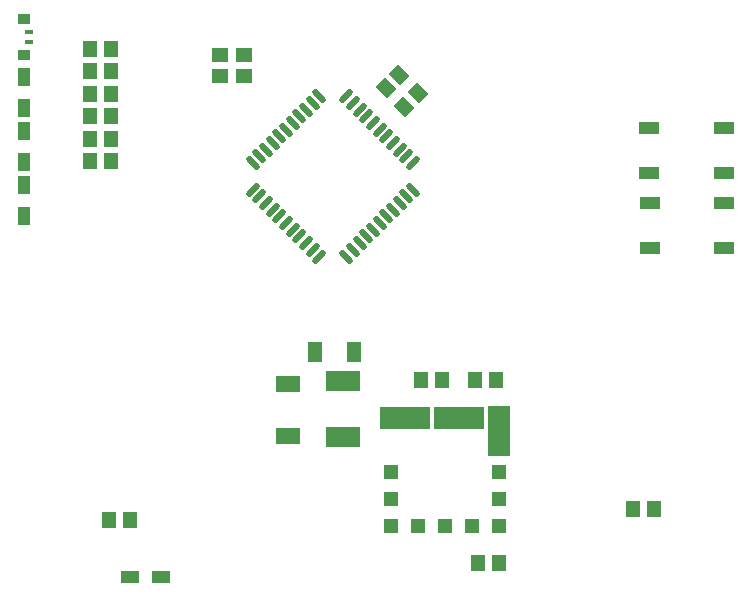
<source format=gtp>
G04 Layer_Color=8421504*
%FSLAX25Y25*%
%MOIN*%
G70*
G01*
G75*
%ADD10R,0.05315X0.04528*%
G04:AMPARAMS|DCode=11|XSize=21.65mil|YSize=57.09mil|CornerRadius=0mil|HoleSize=0mil|Usage=FLASHONLY|Rotation=315.000|XOffset=0mil|YOffset=0mil|HoleType=Round|Shape=Round|*
%AMOVALD11*
21,1,0.03543,0.02165,0.00000,0.00000,45.0*
1,1,0.02165,-0.01253,-0.01253*
1,1,0.02165,0.01253,0.01253*
%
%ADD11OVALD11*%

G04:AMPARAMS|DCode=12|XSize=21.65mil|YSize=57.09mil|CornerRadius=0mil|HoleSize=0mil|Usage=FLASHONLY|Rotation=225.000|XOffset=0mil|YOffset=0mil|HoleType=Round|Shape=Round|*
%AMOVALD12*
21,1,0.03543,0.02165,0.00000,0.00000,315.0*
1,1,0.02165,-0.01253,0.01253*
1,1,0.02165,0.01253,-0.01253*
%
%ADD12OVALD12*%

%ADD13R,0.06693X0.03937*%
%ADD14R,0.04528X0.05315*%
%ADD15R,0.04528X0.06890*%
%ADD16R,0.04500X0.04500*%
%ADD17R,0.16500X0.07500*%
%ADD18R,0.07500X0.16500*%
%ADD19R,0.03937X0.05906*%
G04:AMPARAMS|DCode=20|XSize=55.12mil|YSize=45.28mil|CornerRadius=0mil|HoleSize=0mil|Usage=FLASHONLY|Rotation=315.000|XOffset=0mil|YOffset=0mil|HoleType=Round|Shape=Rectangle|*
%AMROTATEDRECTD20*
4,1,4,-0.03550,0.00348,-0.00348,0.03550,0.03550,-0.00348,0.00348,-0.03550,-0.03550,0.00348,0.0*
%
%ADD20ROTATEDRECTD20*%

%ADD21R,0.03150X0.01575*%
%ADD22R,0.03937X0.03543*%
%ADD23R,0.11614X0.06614*%
%ADD24R,0.04528X0.05512*%
%ADD25R,0.05906X0.03937*%
%ADD26R,0.08268X0.05512*%
D10*
X80000Y173555D02*
D03*
Y180445D02*
D03*
X72000Y173555D02*
D03*
Y180445D02*
D03*
D11*
X136225Y144454D02*
D03*
X133998Y146681D02*
D03*
X131771Y148908D02*
D03*
X129544Y151136D02*
D03*
X127317Y153363D02*
D03*
X125090Y155590D02*
D03*
X122863Y157817D02*
D03*
X120635Y160044D02*
D03*
X118408Y162271D02*
D03*
X116181Y164498D02*
D03*
X113954Y166725D02*
D03*
X82775Y135546D02*
D03*
X85002Y133319D02*
D03*
X87229Y131092D02*
D03*
X89456Y128865D02*
D03*
X91683Y126637D02*
D03*
X93910Y124410D02*
D03*
X96137Y122183D02*
D03*
X98365Y119956D02*
D03*
X100592Y117729D02*
D03*
X102819Y115502D02*
D03*
X105046Y113275D02*
D03*
D12*
Y166725D02*
D03*
X102819Y164498D02*
D03*
X100592Y162271D02*
D03*
X98365Y160044D02*
D03*
X96137Y157817D02*
D03*
X93910Y155590D02*
D03*
X91683Y153363D02*
D03*
X89456Y151136D02*
D03*
X87229Y148908D02*
D03*
X85002Y146681D02*
D03*
X82775Y144454D02*
D03*
X113954Y113275D02*
D03*
X116181Y115502D02*
D03*
X118408Y117729D02*
D03*
X120635Y119956D02*
D03*
X122863Y122183D02*
D03*
X125090Y124410D02*
D03*
X127317Y126637D02*
D03*
X129544Y128865D02*
D03*
X131771Y131092D02*
D03*
X133998Y133319D02*
D03*
X136225Y135546D02*
D03*
D13*
X215000Y141000D02*
D03*
X239803D02*
D03*
X215000Y155961D02*
D03*
X239803D02*
D03*
X240000Y131000D02*
D03*
X215197D02*
D03*
X240000Y116039D02*
D03*
X215197D02*
D03*
D14*
X209555Y29000D02*
D03*
X216445D02*
D03*
X28555Y152500D02*
D03*
X35445D02*
D03*
X28555Y160000D02*
D03*
X35445D02*
D03*
X28555Y175000D02*
D03*
X35445D02*
D03*
X28555Y167500D02*
D03*
X35445D02*
D03*
X28555Y182500D02*
D03*
X35445D02*
D03*
X28555Y145000D02*
D03*
X35445D02*
D03*
X158055Y11000D02*
D03*
X164945D02*
D03*
X41945Y25500D02*
D03*
X35055D02*
D03*
D15*
X103602Y81500D02*
D03*
X116398D02*
D03*
D16*
X129000Y23500D02*
D03*
X138000D02*
D03*
X129000Y32500D02*
D03*
Y41500D02*
D03*
X156000Y23500D02*
D03*
X147000D02*
D03*
X165000D02*
D03*
Y41500D02*
D03*
Y32500D02*
D03*
D17*
X133500Y59500D02*
D03*
X151500D02*
D03*
D18*
X165000Y55000D02*
D03*
D19*
X6500Y144882D02*
D03*
Y155118D02*
D03*
Y162882D02*
D03*
Y173118D02*
D03*
Y126882D02*
D03*
Y137118D02*
D03*
D20*
X131665Y173789D02*
D03*
X133335Y163211D02*
D03*
X137789Y167665D02*
D03*
X127211Y169335D02*
D03*
D21*
X8075Y188075D02*
D03*
Y184925D02*
D03*
D22*
X6500Y192405D02*
D03*
Y180595D02*
D03*
D23*
X113000Y53091D02*
D03*
Y71909D02*
D03*
D24*
X145945Y72000D02*
D03*
X139055D02*
D03*
X157055D02*
D03*
X163945D02*
D03*
D25*
X52118Y6500D02*
D03*
X41882D02*
D03*
D26*
X94500Y53339D02*
D03*
Y70661D02*
D03*
M02*

</source>
